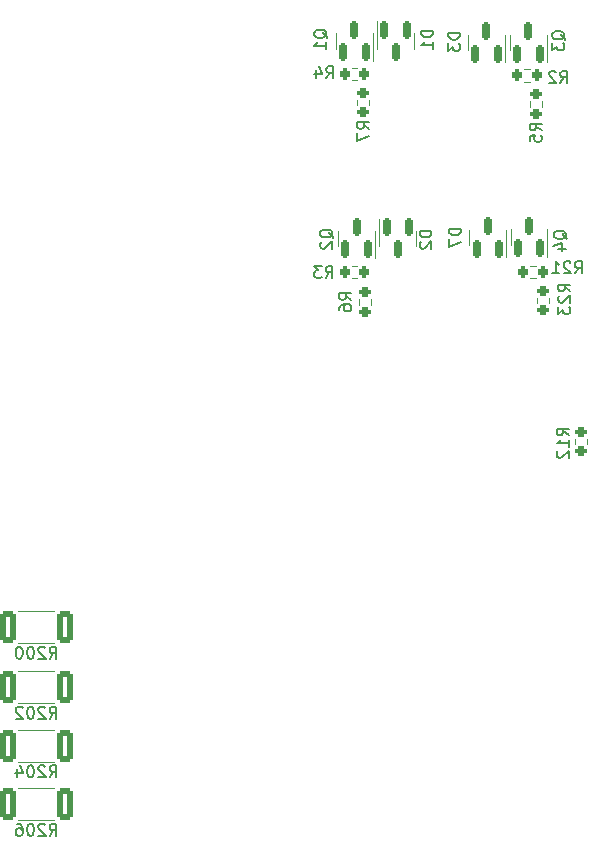
<source format=gbo>
G04 #@! TF.GenerationSoftware,KiCad,Pcbnew,(7.0.0)*
G04 #@! TF.CreationDate,2023-07-30T12:49:27+02:00*
G04 #@! TF.ProjectId,RealyModul_1Wire_ADC,5265616c-794d-46f6-9475-6c5f31576972,rev?*
G04 #@! TF.SameCoordinates,Original*
G04 #@! TF.FileFunction,Legend,Bot*
G04 #@! TF.FilePolarity,Positive*
%FSLAX46Y46*%
G04 Gerber Fmt 4.6, Leading zero omitted, Abs format (unit mm)*
G04 Created by KiCad (PCBNEW (7.0.0)) date 2023-07-30 12:49:27*
%MOMM*%
%LPD*%
G01*
G04 APERTURE LIST*
G04 Aperture macros list*
%AMRoundRect*
0 Rectangle with rounded corners*
0 $1 Rounding radius*
0 $2 $3 $4 $5 $6 $7 $8 $9 X,Y pos of 4 corners*
0 Add a 4 corners polygon primitive as box body*
4,1,4,$2,$3,$4,$5,$6,$7,$8,$9,$2,$3,0*
0 Add four circle primitives for the rounded corners*
1,1,$1+$1,$2,$3*
1,1,$1+$1,$4,$5*
1,1,$1+$1,$6,$7*
1,1,$1+$1,$8,$9*
0 Add four rect primitives between the rounded corners*
20,1,$1+$1,$2,$3,$4,$5,0*
20,1,$1+$1,$4,$5,$6,$7,0*
20,1,$1+$1,$6,$7,$8,$9,0*
20,1,$1+$1,$8,$9,$2,$3,0*%
G04 Aperture macros list end*
%ADD10C,0.150000*%
%ADD11C,0.120000*%
%ADD12O,3.300000X1.650000*%
%ADD13R,1.950000X1.950000*%
%ADD14C,1.950000*%
%ADD15O,2.000000X3.000000*%
%ADD16R,3.000000X2.000000*%
%ADD17O,3.000000X2.000000*%
%ADD18R,1.800000X1.800000*%
%ADD19C,1.800000*%
%ADD20R,1.700000X1.700000*%
%ADD21O,1.700000X1.700000*%
%ADD22R,3.000000X3.000000*%
%ADD23C,3.000000*%
%ADD24RoundRect,0.150000X-0.150000X0.587500X-0.150000X-0.587500X0.150000X-0.587500X0.150000X0.587500X0*%
%ADD25RoundRect,0.200000X-0.275000X0.200000X-0.275000X-0.200000X0.275000X-0.200000X0.275000X0.200000X0*%
%ADD26RoundRect,0.249999X-0.450001X-1.075001X0.450001X-1.075001X0.450001X1.075001X-0.450001X1.075001X0*%
%ADD27RoundRect,0.200000X0.200000X0.275000X-0.200000X0.275000X-0.200000X-0.275000X0.200000X-0.275000X0*%
%ADD28RoundRect,0.150000X0.150000X-0.587500X0.150000X0.587500X-0.150000X0.587500X-0.150000X-0.587500X0*%
%ADD29RoundRect,0.200000X0.275000X-0.200000X0.275000X0.200000X-0.275000X0.200000X-0.275000X-0.200000X0*%
G04 #@! TA.AperFunction,Profile*
%ADD30C,0.150000*%
G04 #@! TD*
G04 #@! TA.AperFunction,Profile*
%ADD31C,0.152400*%
G04 #@! TD*
G04 APERTURE END LIST*
D10*
X131238380Y-73840905D02*
X130238380Y-73840905D01*
X130238380Y-73840905D02*
X130238380Y-74079000D01*
X130238380Y-74079000D02*
X130286000Y-74221857D01*
X130286000Y-74221857D02*
X130381238Y-74317095D01*
X130381238Y-74317095D02*
X130476476Y-74364714D01*
X130476476Y-74364714D02*
X130666952Y-74412333D01*
X130666952Y-74412333D02*
X130809809Y-74412333D01*
X130809809Y-74412333D02*
X131000285Y-74364714D01*
X131000285Y-74364714D02*
X131095523Y-74317095D01*
X131095523Y-74317095D02*
X131190761Y-74221857D01*
X131190761Y-74221857D02*
X131238380Y-74079000D01*
X131238380Y-74079000D02*
X131238380Y-73840905D01*
X130333619Y-74793286D02*
X130286000Y-74840905D01*
X130286000Y-74840905D02*
X130238380Y-74936143D01*
X130238380Y-74936143D02*
X130238380Y-75174238D01*
X130238380Y-75174238D02*
X130286000Y-75269476D01*
X130286000Y-75269476D02*
X130333619Y-75317095D01*
X130333619Y-75317095D02*
X130428857Y-75364714D01*
X130428857Y-75364714D02*
X130524095Y-75364714D01*
X130524095Y-75364714D02*
X130666952Y-75317095D01*
X130666952Y-75317095D02*
X131238380Y-74745667D01*
X131238380Y-74745667D02*
X131238380Y-75364714D01*
X142988380Y-78986142D02*
X142512190Y-78652809D01*
X142988380Y-78414714D02*
X141988380Y-78414714D01*
X141988380Y-78414714D02*
X141988380Y-78795666D01*
X141988380Y-78795666D02*
X142036000Y-78890904D01*
X142036000Y-78890904D02*
X142083619Y-78938523D01*
X142083619Y-78938523D02*
X142178857Y-78986142D01*
X142178857Y-78986142D02*
X142321714Y-78986142D01*
X142321714Y-78986142D02*
X142416952Y-78938523D01*
X142416952Y-78938523D02*
X142464571Y-78890904D01*
X142464571Y-78890904D02*
X142512190Y-78795666D01*
X142512190Y-78795666D02*
X142512190Y-78414714D01*
X142083619Y-79367095D02*
X142036000Y-79414714D01*
X142036000Y-79414714D02*
X141988380Y-79509952D01*
X141988380Y-79509952D02*
X141988380Y-79748047D01*
X141988380Y-79748047D02*
X142036000Y-79843285D01*
X142036000Y-79843285D02*
X142083619Y-79890904D01*
X142083619Y-79890904D02*
X142178857Y-79938523D01*
X142178857Y-79938523D02*
X142274095Y-79938523D01*
X142274095Y-79938523D02*
X142416952Y-79890904D01*
X142416952Y-79890904D02*
X142988380Y-79319476D01*
X142988380Y-79319476D02*
X142988380Y-79938523D01*
X141988380Y-80271857D02*
X141988380Y-80890904D01*
X141988380Y-80890904D02*
X142369333Y-80557571D01*
X142369333Y-80557571D02*
X142369333Y-80700428D01*
X142369333Y-80700428D02*
X142416952Y-80795666D01*
X142416952Y-80795666D02*
X142464571Y-80843285D01*
X142464571Y-80843285D02*
X142559809Y-80890904D01*
X142559809Y-80890904D02*
X142797904Y-80890904D01*
X142797904Y-80890904D02*
X142893142Y-80843285D01*
X142893142Y-80843285D02*
X142940761Y-80795666D01*
X142940761Y-80795666D02*
X142988380Y-80700428D01*
X142988380Y-80700428D02*
X142988380Y-80414714D01*
X142988380Y-80414714D02*
X142940761Y-80319476D01*
X142940761Y-80319476D02*
X142893142Y-80271857D01*
X98909047Y-115169380D02*
X99242380Y-114693190D01*
X99480475Y-115169380D02*
X99480475Y-114169380D01*
X99480475Y-114169380D02*
X99099523Y-114169380D01*
X99099523Y-114169380D02*
X99004285Y-114217000D01*
X99004285Y-114217000D02*
X98956666Y-114264619D01*
X98956666Y-114264619D02*
X98909047Y-114359857D01*
X98909047Y-114359857D02*
X98909047Y-114502714D01*
X98909047Y-114502714D02*
X98956666Y-114597952D01*
X98956666Y-114597952D02*
X99004285Y-114645571D01*
X99004285Y-114645571D02*
X99099523Y-114693190D01*
X99099523Y-114693190D02*
X99480475Y-114693190D01*
X98528094Y-114264619D02*
X98480475Y-114217000D01*
X98480475Y-114217000D02*
X98385237Y-114169380D01*
X98385237Y-114169380D02*
X98147142Y-114169380D01*
X98147142Y-114169380D02*
X98051904Y-114217000D01*
X98051904Y-114217000D02*
X98004285Y-114264619D01*
X98004285Y-114264619D02*
X97956666Y-114359857D01*
X97956666Y-114359857D02*
X97956666Y-114455095D01*
X97956666Y-114455095D02*
X98004285Y-114597952D01*
X98004285Y-114597952D02*
X98575713Y-115169380D01*
X98575713Y-115169380D02*
X97956666Y-115169380D01*
X97337618Y-114169380D02*
X97242380Y-114169380D01*
X97242380Y-114169380D02*
X97147142Y-114217000D01*
X97147142Y-114217000D02*
X97099523Y-114264619D01*
X97099523Y-114264619D02*
X97051904Y-114359857D01*
X97051904Y-114359857D02*
X97004285Y-114550333D01*
X97004285Y-114550333D02*
X97004285Y-114788428D01*
X97004285Y-114788428D02*
X97051904Y-114978904D01*
X97051904Y-114978904D02*
X97099523Y-115074142D01*
X97099523Y-115074142D02*
X97147142Y-115121761D01*
X97147142Y-115121761D02*
X97242380Y-115169380D01*
X97242380Y-115169380D02*
X97337618Y-115169380D01*
X97337618Y-115169380D02*
X97432856Y-115121761D01*
X97432856Y-115121761D02*
X97480475Y-115074142D01*
X97480475Y-115074142D02*
X97528094Y-114978904D01*
X97528094Y-114978904D02*
X97575713Y-114788428D01*
X97575713Y-114788428D02*
X97575713Y-114550333D01*
X97575713Y-114550333D02*
X97528094Y-114359857D01*
X97528094Y-114359857D02*
X97480475Y-114264619D01*
X97480475Y-114264619D02*
X97432856Y-114217000D01*
X97432856Y-114217000D02*
X97337618Y-114169380D01*
X96623332Y-114264619D02*
X96575713Y-114217000D01*
X96575713Y-114217000D02*
X96480475Y-114169380D01*
X96480475Y-114169380D02*
X96242380Y-114169380D01*
X96242380Y-114169380D02*
X96147142Y-114217000D01*
X96147142Y-114217000D02*
X96099523Y-114264619D01*
X96099523Y-114264619D02*
X96051904Y-114359857D01*
X96051904Y-114359857D02*
X96051904Y-114455095D01*
X96051904Y-114455095D02*
X96099523Y-114597952D01*
X96099523Y-114597952D02*
X96670951Y-115169380D01*
X96670951Y-115169380D02*
X96051904Y-115169380D01*
X122277666Y-77837380D02*
X122610999Y-77361190D01*
X122849094Y-77837380D02*
X122849094Y-76837380D01*
X122849094Y-76837380D02*
X122468142Y-76837380D01*
X122468142Y-76837380D02*
X122372904Y-76885000D01*
X122372904Y-76885000D02*
X122325285Y-76932619D01*
X122325285Y-76932619D02*
X122277666Y-77027857D01*
X122277666Y-77027857D02*
X122277666Y-77170714D01*
X122277666Y-77170714D02*
X122325285Y-77265952D01*
X122325285Y-77265952D02*
X122372904Y-77313571D01*
X122372904Y-77313571D02*
X122468142Y-77361190D01*
X122468142Y-77361190D02*
X122849094Y-77361190D01*
X121944332Y-76837380D02*
X121325285Y-76837380D01*
X121325285Y-76837380D02*
X121658618Y-77218333D01*
X121658618Y-77218333D02*
X121515761Y-77218333D01*
X121515761Y-77218333D02*
X121420523Y-77265952D01*
X121420523Y-77265952D02*
X121372904Y-77313571D01*
X121372904Y-77313571D02*
X121325285Y-77408809D01*
X121325285Y-77408809D02*
X121325285Y-77646904D01*
X121325285Y-77646904D02*
X121372904Y-77742142D01*
X121372904Y-77742142D02*
X121420523Y-77789761D01*
X121420523Y-77789761D02*
X121515761Y-77837380D01*
X121515761Y-77837380D02*
X121801475Y-77837380D01*
X121801475Y-77837380D02*
X121896713Y-77789761D01*
X121896713Y-77789761D02*
X121944332Y-77742142D01*
X140575380Y-65365333D02*
X140099190Y-65032000D01*
X140575380Y-64793905D02*
X139575380Y-64793905D01*
X139575380Y-64793905D02*
X139575380Y-65174857D01*
X139575380Y-65174857D02*
X139623000Y-65270095D01*
X139623000Y-65270095D02*
X139670619Y-65317714D01*
X139670619Y-65317714D02*
X139765857Y-65365333D01*
X139765857Y-65365333D02*
X139908714Y-65365333D01*
X139908714Y-65365333D02*
X140003952Y-65317714D01*
X140003952Y-65317714D02*
X140051571Y-65270095D01*
X140051571Y-65270095D02*
X140099190Y-65174857D01*
X140099190Y-65174857D02*
X140099190Y-64793905D01*
X139575380Y-66270095D02*
X139575380Y-65793905D01*
X139575380Y-65793905D02*
X140051571Y-65746286D01*
X140051571Y-65746286D02*
X140003952Y-65793905D01*
X140003952Y-65793905D02*
X139956333Y-65889143D01*
X139956333Y-65889143D02*
X139956333Y-66127238D01*
X139956333Y-66127238D02*
X140003952Y-66222476D01*
X140003952Y-66222476D02*
X140051571Y-66270095D01*
X140051571Y-66270095D02*
X140146809Y-66317714D01*
X140146809Y-66317714D02*
X140384904Y-66317714D01*
X140384904Y-66317714D02*
X140480142Y-66270095D01*
X140480142Y-66270095D02*
X140527761Y-66222476D01*
X140527761Y-66222476D02*
X140575380Y-66127238D01*
X140575380Y-66127238D02*
X140575380Y-65889143D01*
X140575380Y-65889143D02*
X140527761Y-65793905D01*
X140527761Y-65793905D02*
X140480142Y-65746286D01*
X125970380Y-65238333D02*
X125494190Y-64905000D01*
X125970380Y-64666905D02*
X124970380Y-64666905D01*
X124970380Y-64666905D02*
X124970380Y-65047857D01*
X124970380Y-65047857D02*
X125018000Y-65143095D01*
X125018000Y-65143095D02*
X125065619Y-65190714D01*
X125065619Y-65190714D02*
X125160857Y-65238333D01*
X125160857Y-65238333D02*
X125303714Y-65238333D01*
X125303714Y-65238333D02*
X125398952Y-65190714D01*
X125398952Y-65190714D02*
X125446571Y-65143095D01*
X125446571Y-65143095D02*
X125494190Y-65047857D01*
X125494190Y-65047857D02*
X125494190Y-64666905D01*
X124970380Y-65571667D02*
X124970380Y-66238333D01*
X124970380Y-66238333D02*
X125970380Y-65809762D01*
X142702619Y-74580761D02*
X142655000Y-74485523D01*
X142655000Y-74485523D02*
X142559761Y-74390285D01*
X142559761Y-74390285D02*
X142416904Y-74247428D01*
X142416904Y-74247428D02*
X142369285Y-74152190D01*
X142369285Y-74152190D02*
X142369285Y-74056952D01*
X142607380Y-74104571D02*
X142559761Y-74009333D01*
X142559761Y-74009333D02*
X142464523Y-73914095D01*
X142464523Y-73914095D02*
X142274047Y-73866476D01*
X142274047Y-73866476D02*
X141940714Y-73866476D01*
X141940714Y-73866476D02*
X141750238Y-73914095D01*
X141750238Y-73914095D02*
X141655000Y-74009333D01*
X141655000Y-74009333D02*
X141607380Y-74104571D01*
X141607380Y-74104571D02*
X141607380Y-74295047D01*
X141607380Y-74295047D02*
X141655000Y-74390285D01*
X141655000Y-74390285D02*
X141750238Y-74485523D01*
X141750238Y-74485523D02*
X141940714Y-74533142D01*
X141940714Y-74533142D02*
X142274047Y-74533142D01*
X142274047Y-74533142D02*
X142464523Y-74485523D01*
X142464523Y-74485523D02*
X142559761Y-74390285D01*
X142559761Y-74390285D02*
X142607380Y-74295047D01*
X142607380Y-74295047D02*
X142607380Y-74104571D01*
X141940714Y-75390285D02*
X142607380Y-75390285D01*
X141559761Y-75152190D02*
X142274047Y-74914095D01*
X142274047Y-74914095D02*
X142274047Y-75533142D01*
X133717380Y-73683905D02*
X132717380Y-73683905D01*
X132717380Y-73683905D02*
X132717380Y-73922000D01*
X132717380Y-73922000D02*
X132765000Y-74064857D01*
X132765000Y-74064857D02*
X132860238Y-74160095D01*
X132860238Y-74160095D02*
X132955476Y-74207714D01*
X132955476Y-74207714D02*
X133145952Y-74255333D01*
X133145952Y-74255333D02*
X133288809Y-74255333D01*
X133288809Y-74255333D02*
X133479285Y-74207714D01*
X133479285Y-74207714D02*
X133574523Y-74160095D01*
X133574523Y-74160095D02*
X133669761Y-74064857D01*
X133669761Y-74064857D02*
X133717380Y-73922000D01*
X133717380Y-73922000D02*
X133717380Y-73683905D01*
X132717380Y-74588667D02*
X132717380Y-75255333D01*
X132717380Y-75255333D02*
X133717380Y-74826762D01*
X98909047Y-120122380D02*
X99242380Y-119646190D01*
X99480475Y-120122380D02*
X99480475Y-119122380D01*
X99480475Y-119122380D02*
X99099523Y-119122380D01*
X99099523Y-119122380D02*
X99004285Y-119170000D01*
X99004285Y-119170000D02*
X98956666Y-119217619D01*
X98956666Y-119217619D02*
X98909047Y-119312857D01*
X98909047Y-119312857D02*
X98909047Y-119455714D01*
X98909047Y-119455714D02*
X98956666Y-119550952D01*
X98956666Y-119550952D02*
X99004285Y-119598571D01*
X99004285Y-119598571D02*
X99099523Y-119646190D01*
X99099523Y-119646190D02*
X99480475Y-119646190D01*
X98528094Y-119217619D02*
X98480475Y-119170000D01*
X98480475Y-119170000D02*
X98385237Y-119122380D01*
X98385237Y-119122380D02*
X98147142Y-119122380D01*
X98147142Y-119122380D02*
X98051904Y-119170000D01*
X98051904Y-119170000D02*
X98004285Y-119217619D01*
X98004285Y-119217619D02*
X97956666Y-119312857D01*
X97956666Y-119312857D02*
X97956666Y-119408095D01*
X97956666Y-119408095D02*
X98004285Y-119550952D01*
X98004285Y-119550952D02*
X98575713Y-120122380D01*
X98575713Y-120122380D02*
X97956666Y-120122380D01*
X97337618Y-119122380D02*
X97242380Y-119122380D01*
X97242380Y-119122380D02*
X97147142Y-119170000D01*
X97147142Y-119170000D02*
X97099523Y-119217619D01*
X97099523Y-119217619D02*
X97051904Y-119312857D01*
X97051904Y-119312857D02*
X97004285Y-119503333D01*
X97004285Y-119503333D02*
X97004285Y-119741428D01*
X97004285Y-119741428D02*
X97051904Y-119931904D01*
X97051904Y-119931904D02*
X97099523Y-120027142D01*
X97099523Y-120027142D02*
X97147142Y-120074761D01*
X97147142Y-120074761D02*
X97242380Y-120122380D01*
X97242380Y-120122380D02*
X97337618Y-120122380D01*
X97337618Y-120122380D02*
X97432856Y-120074761D01*
X97432856Y-120074761D02*
X97480475Y-120027142D01*
X97480475Y-120027142D02*
X97528094Y-119931904D01*
X97528094Y-119931904D02*
X97575713Y-119741428D01*
X97575713Y-119741428D02*
X97575713Y-119503333D01*
X97575713Y-119503333D02*
X97528094Y-119312857D01*
X97528094Y-119312857D02*
X97480475Y-119217619D01*
X97480475Y-119217619D02*
X97432856Y-119170000D01*
X97432856Y-119170000D02*
X97337618Y-119122380D01*
X96147142Y-119455714D02*
X96147142Y-120122380D01*
X96385237Y-119074761D02*
X96623332Y-119789047D01*
X96623332Y-119789047D02*
X96004285Y-119789047D01*
X122418619Y-57562761D02*
X122371000Y-57467523D01*
X122371000Y-57467523D02*
X122275761Y-57372285D01*
X122275761Y-57372285D02*
X122132904Y-57229428D01*
X122132904Y-57229428D02*
X122085285Y-57134190D01*
X122085285Y-57134190D02*
X122085285Y-57038952D01*
X122323380Y-57086571D02*
X122275761Y-56991333D01*
X122275761Y-56991333D02*
X122180523Y-56896095D01*
X122180523Y-56896095D02*
X121990047Y-56848476D01*
X121990047Y-56848476D02*
X121656714Y-56848476D01*
X121656714Y-56848476D02*
X121466238Y-56896095D01*
X121466238Y-56896095D02*
X121371000Y-56991333D01*
X121371000Y-56991333D02*
X121323380Y-57086571D01*
X121323380Y-57086571D02*
X121323380Y-57277047D01*
X121323380Y-57277047D02*
X121371000Y-57372285D01*
X121371000Y-57372285D02*
X121466238Y-57467523D01*
X121466238Y-57467523D02*
X121656714Y-57515142D01*
X121656714Y-57515142D02*
X121990047Y-57515142D01*
X121990047Y-57515142D02*
X122180523Y-57467523D01*
X122180523Y-57467523D02*
X122275761Y-57372285D01*
X122275761Y-57372285D02*
X122323380Y-57277047D01*
X122323380Y-57277047D02*
X122323380Y-57086571D01*
X122323380Y-58467523D02*
X122323380Y-57896095D01*
X122323380Y-58181809D02*
X121323380Y-58181809D01*
X121323380Y-58181809D02*
X121466238Y-58086571D01*
X121466238Y-58086571D02*
X121561476Y-57991333D01*
X121561476Y-57991333D02*
X121609095Y-57896095D01*
X98909047Y-110089380D02*
X99242380Y-109613190D01*
X99480475Y-110089380D02*
X99480475Y-109089380D01*
X99480475Y-109089380D02*
X99099523Y-109089380D01*
X99099523Y-109089380D02*
X99004285Y-109137000D01*
X99004285Y-109137000D02*
X98956666Y-109184619D01*
X98956666Y-109184619D02*
X98909047Y-109279857D01*
X98909047Y-109279857D02*
X98909047Y-109422714D01*
X98909047Y-109422714D02*
X98956666Y-109517952D01*
X98956666Y-109517952D02*
X99004285Y-109565571D01*
X99004285Y-109565571D02*
X99099523Y-109613190D01*
X99099523Y-109613190D02*
X99480475Y-109613190D01*
X98528094Y-109184619D02*
X98480475Y-109137000D01*
X98480475Y-109137000D02*
X98385237Y-109089380D01*
X98385237Y-109089380D02*
X98147142Y-109089380D01*
X98147142Y-109089380D02*
X98051904Y-109137000D01*
X98051904Y-109137000D02*
X98004285Y-109184619D01*
X98004285Y-109184619D02*
X97956666Y-109279857D01*
X97956666Y-109279857D02*
X97956666Y-109375095D01*
X97956666Y-109375095D02*
X98004285Y-109517952D01*
X98004285Y-109517952D02*
X98575713Y-110089380D01*
X98575713Y-110089380D02*
X97956666Y-110089380D01*
X97337618Y-109089380D02*
X97242380Y-109089380D01*
X97242380Y-109089380D02*
X97147142Y-109137000D01*
X97147142Y-109137000D02*
X97099523Y-109184619D01*
X97099523Y-109184619D02*
X97051904Y-109279857D01*
X97051904Y-109279857D02*
X97004285Y-109470333D01*
X97004285Y-109470333D02*
X97004285Y-109708428D01*
X97004285Y-109708428D02*
X97051904Y-109898904D01*
X97051904Y-109898904D02*
X97099523Y-109994142D01*
X97099523Y-109994142D02*
X97147142Y-110041761D01*
X97147142Y-110041761D02*
X97242380Y-110089380D01*
X97242380Y-110089380D02*
X97337618Y-110089380D01*
X97337618Y-110089380D02*
X97432856Y-110041761D01*
X97432856Y-110041761D02*
X97480475Y-109994142D01*
X97480475Y-109994142D02*
X97528094Y-109898904D01*
X97528094Y-109898904D02*
X97575713Y-109708428D01*
X97575713Y-109708428D02*
X97575713Y-109470333D01*
X97575713Y-109470333D02*
X97528094Y-109279857D01*
X97528094Y-109279857D02*
X97480475Y-109184619D01*
X97480475Y-109184619D02*
X97432856Y-109137000D01*
X97432856Y-109137000D02*
X97337618Y-109089380D01*
X96385237Y-109089380D02*
X96289999Y-109089380D01*
X96289999Y-109089380D02*
X96194761Y-109137000D01*
X96194761Y-109137000D02*
X96147142Y-109184619D01*
X96147142Y-109184619D02*
X96099523Y-109279857D01*
X96099523Y-109279857D02*
X96051904Y-109470333D01*
X96051904Y-109470333D02*
X96051904Y-109708428D01*
X96051904Y-109708428D02*
X96099523Y-109898904D01*
X96099523Y-109898904D02*
X96147142Y-109994142D01*
X96147142Y-109994142D02*
X96194761Y-110041761D01*
X96194761Y-110041761D02*
X96289999Y-110089380D01*
X96289999Y-110089380D02*
X96385237Y-110089380D01*
X96385237Y-110089380D02*
X96480475Y-110041761D01*
X96480475Y-110041761D02*
X96528094Y-109994142D01*
X96528094Y-109994142D02*
X96575713Y-109898904D01*
X96575713Y-109898904D02*
X96623332Y-109708428D01*
X96623332Y-109708428D02*
X96623332Y-109470333D01*
X96623332Y-109470333D02*
X96575713Y-109279857D01*
X96575713Y-109279857D02*
X96528094Y-109184619D01*
X96528094Y-109184619D02*
X96480475Y-109137000D01*
X96480475Y-109137000D02*
X96385237Y-109089380D01*
X131370380Y-56919905D02*
X130370380Y-56919905D01*
X130370380Y-56919905D02*
X130370380Y-57158000D01*
X130370380Y-57158000D02*
X130418000Y-57300857D01*
X130418000Y-57300857D02*
X130513238Y-57396095D01*
X130513238Y-57396095D02*
X130608476Y-57443714D01*
X130608476Y-57443714D02*
X130798952Y-57491333D01*
X130798952Y-57491333D02*
X130941809Y-57491333D01*
X130941809Y-57491333D02*
X131132285Y-57443714D01*
X131132285Y-57443714D02*
X131227523Y-57396095D01*
X131227523Y-57396095D02*
X131322761Y-57300857D01*
X131322761Y-57300857D02*
X131370380Y-57158000D01*
X131370380Y-57158000D02*
X131370380Y-56919905D01*
X131370380Y-58443714D02*
X131370380Y-57872286D01*
X131370380Y-58158000D02*
X130370380Y-58158000D01*
X130370380Y-58158000D02*
X130513238Y-58062762D01*
X130513238Y-58062762D02*
X130608476Y-57967524D01*
X130608476Y-57967524D02*
X130656095Y-57872286D01*
X122340666Y-60946380D02*
X122673999Y-60470190D01*
X122912094Y-60946380D02*
X122912094Y-59946380D01*
X122912094Y-59946380D02*
X122531142Y-59946380D01*
X122531142Y-59946380D02*
X122435904Y-59994000D01*
X122435904Y-59994000D02*
X122388285Y-60041619D01*
X122388285Y-60041619D02*
X122340666Y-60136857D01*
X122340666Y-60136857D02*
X122340666Y-60279714D01*
X122340666Y-60279714D02*
X122388285Y-60374952D01*
X122388285Y-60374952D02*
X122435904Y-60422571D01*
X122435904Y-60422571D02*
X122531142Y-60470190D01*
X122531142Y-60470190D02*
X122912094Y-60470190D01*
X121483523Y-60279714D02*
X121483523Y-60946380D01*
X121721618Y-59898761D02*
X121959713Y-60613047D01*
X121959713Y-60613047D02*
X121340666Y-60613047D01*
X122927619Y-74470261D02*
X122880000Y-74375023D01*
X122880000Y-74375023D02*
X122784761Y-74279785D01*
X122784761Y-74279785D02*
X122641904Y-74136928D01*
X122641904Y-74136928D02*
X122594285Y-74041690D01*
X122594285Y-74041690D02*
X122594285Y-73946452D01*
X122832380Y-73994071D02*
X122784761Y-73898833D01*
X122784761Y-73898833D02*
X122689523Y-73803595D01*
X122689523Y-73803595D02*
X122499047Y-73755976D01*
X122499047Y-73755976D02*
X122165714Y-73755976D01*
X122165714Y-73755976D02*
X121975238Y-73803595D01*
X121975238Y-73803595D02*
X121880000Y-73898833D01*
X121880000Y-73898833D02*
X121832380Y-73994071D01*
X121832380Y-73994071D02*
X121832380Y-74184547D01*
X121832380Y-74184547D02*
X121880000Y-74279785D01*
X121880000Y-74279785D02*
X121975238Y-74375023D01*
X121975238Y-74375023D02*
X122165714Y-74422642D01*
X122165714Y-74422642D02*
X122499047Y-74422642D01*
X122499047Y-74422642D02*
X122689523Y-74375023D01*
X122689523Y-74375023D02*
X122784761Y-74279785D01*
X122784761Y-74279785D02*
X122832380Y-74184547D01*
X122832380Y-74184547D02*
X122832380Y-73994071D01*
X121927619Y-74803595D02*
X121880000Y-74851214D01*
X121880000Y-74851214D02*
X121832380Y-74946452D01*
X121832380Y-74946452D02*
X121832380Y-75184547D01*
X121832380Y-75184547D02*
X121880000Y-75279785D01*
X121880000Y-75279785D02*
X121927619Y-75327404D01*
X121927619Y-75327404D02*
X122022857Y-75375023D01*
X122022857Y-75375023D02*
X122118095Y-75375023D01*
X122118095Y-75375023D02*
X122260952Y-75327404D01*
X122260952Y-75327404D02*
X122832380Y-74755976D01*
X122832380Y-74755976D02*
X122832380Y-75375023D01*
X98909047Y-125075380D02*
X99242380Y-124599190D01*
X99480475Y-125075380D02*
X99480475Y-124075380D01*
X99480475Y-124075380D02*
X99099523Y-124075380D01*
X99099523Y-124075380D02*
X99004285Y-124123000D01*
X99004285Y-124123000D02*
X98956666Y-124170619D01*
X98956666Y-124170619D02*
X98909047Y-124265857D01*
X98909047Y-124265857D02*
X98909047Y-124408714D01*
X98909047Y-124408714D02*
X98956666Y-124503952D01*
X98956666Y-124503952D02*
X99004285Y-124551571D01*
X99004285Y-124551571D02*
X99099523Y-124599190D01*
X99099523Y-124599190D02*
X99480475Y-124599190D01*
X98528094Y-124170619D02*
X98480475Y-124123000D01*
X98480475Y-124123000D02*
X98385237Y-124075380D01*
X98385237Y-124075380D02*
X98147142Y-124075380D01*
X98147142Y-124075380D02*
X98051904Y-124123000D01*
X98051904Y-124123000D02*
X98004285Y-124170619D01*
X98004285Y-124170619D02*
X97956666Y-124265857D01*
X97956666Y-124265857D02*
X97956666Y-124361095D01*
X97956666Y-124361095D02*
X98004285Y-124503952D01*
X98004285Y-124503952D02*
X98575713Y-125075380D01*
X98575713Y-125075380D02*
X97956666Y-125075380D01*
X97337618Y-124075380D02*
X97242380Y-124075380D01*
X97242380Y-124075380D02*
X97147142Y-124123000D01*
X97147142Y-124123000D02*
X97099523Y-124170619D01*
X97099523Y-124170619D02*
X97051904Y-124265857D01*
X97051904Y-124265857D02*
X97004285Y-124456333D01*
X97004285Y-124456333D02*
X97004285Y-124694428D01*
X97004285Y-124694428D02*
X97051904Y-124884904D01*
X97051904Y-124884904D02*
X97099523Y-124980142D01*
X97099523Y-124980142D02*
X97147142Y-125027761D01*
X97147142Y-125027761D02*
X97242380Y-125075380D01*
X97242380Y-125075380D02*
X97337618Y-125075380D01*
X97337618Y-125075380D02*
X97432856Y-125027761D01*
X97432856Y-125027761D02*
X97480475Y-124980142D01*
X97480475Y-124980142D02*
X97528094Y-124884904D01*
X97528094Y-124884904D02*
X97575713Y-124694428D01*
X97575713Y-124694428D02*
X97575713Y-124456333D01*
X97575713Y-124456333D02*
X97528094Y-124265857D01*
X97528094Y-124265857D02*
X97480475Y-124170619D01*
X97480475Y-124170619D02*
X97432856Y-124123000D01*
X97432856Y-124123000D02*
X97337618Y-124075380D01*
X96147142Y-124075380D02*
X96337618Y-124075380D01*
X96337618Y-124075380D02*
X96432856Y-124123000D01*
X96432856Y-124123000D02*
X96480475Y-124170619D01*
X96480475Y-124170619D02*
X96575713Y-124313476D01*
X96575713Y-124313476D02*
X96623332Y-124503952D01*
X96623332Y-124503952D02*
X96623332Y-124884904D01*
X96623332Y-124884904D02*
X96575713Y-124980142D01*
X96575713Y-124980142D02*
X96528094Y-125027761D01*
X96528094Y-125027761D02*
X96432856Y-125075380D01*
X96432856Y-125075380D02*
X96242380Y-125075380D01*
X96242380Y-125075380D02*
X96147142Y-125027761D01*
X96147142Y-125027761D02*
X96099523Y-124980142D01*
X96099523Y-124980142D02*
X96051904Y-124884904D01*
X96051904Y-124884904D02*
X96051904Y-124646809D01*
X96051904Y-124646809D02*
X96099523Y-124551571D01*
X96099523Y-124551571D02*
X96147142Y-124503952D01*
X96147142Y-124503952D02*
X96242380Y-124456333D01*
X96242380Y-124456333D02*
X96432856Y-124456333D01*
X96432856Y-124456333D02*
X96528094Y-124503952D01*
X96528094Y-124503952D02*
X96575713Y-124551571D01*
X96575713Y-124551571D02*
X96623332Y-124646809D01*
X142152666Y-61327380D02*
X142485999Y-60851190D01*
X142724094Y-61327380D02*
X142724094Y-60327380D01*
X142724094Y-60327380D02*
X142343142Y-60327380D01*
X142343142Y-60327380D02*
X142247904Y-60375000D01*
X142247904Y-60375000D02*
X142200285Y-60422619D01*
X142200285Y-60422619D02*
X142152666Y-60517857D01*
X142152666Y-60517857D02*
X142152666Y-60660714D01*
X142152666Y-60660714D02*
X142200285Y-60755952D01*
X142200285Y-60755952D02*
X142247904Y-60803571D01*
X142247904Y-60803571D02*
X142343142Y-60851190D01*
X142343142Y-60851190D02*
X142724094Y-60851190D01*
X141771713Y-60422619D02*
X141724094Y-60375000D01*
X141724094Y-60375000D02*
X141628856Y-60327380D01*
X141628856Y-60327380D02*
X141390761Y-60327380D01*
X141390761Y-60327380D02*
X141295523Y-60375000D01*
X141295523Y-60375000D02*
X141247904Y-60422619D01*
X141247904Y-60422619D02*
X141200285Y-60517857D01*
X141200285Y-60517857D02*
X141200285Y-60613095D01*
X141200285Y-60613095D02*
X141247904Y-60755952D01*
X141247904Y-60755952D02*
X141819332Y-61327380D01*
X141819332Y-61327380D02*
X141200285Y-61327380D01*
X124446380Y-79716333D02*
X123970190Y-79383000D01*
X124446380Y-79144905D02*
X123446380Y-79144905D01*
X123446380Y-79144905D02*
X123446380Y-79525857D01*
X123446380Y-79525857D02*
X123494000Y-79621095D01*
X123494000Y-79621095D02*
X123541619Y-79668714D01*
X123541619Y-79668714D02*
X123636857Y-79716333D01*
X123636857Y-79716333D02*
X123779714Y-79716333D01*
X123779714Y-79716333D02*
X123874952Y-79668714D01*
X123874952Y-79668714D02*
X123922571Y-79621095D01*
X123922571Y-79621095D02*
X123970190Y-79525857D01*
X123970190Y-79525857D02*
X123970190Y-79144905D01*
X123446380Y-80573476D02*
X123446380Y-80383000D01*
X123446380Y-80383000D02*
X123494000Y-80287762D01*
X123494000Y-80287762D02*
X123541619Y-80240143D01*
X123541619Y-80240143D02*
X123684476Y-80144905D01*
X123684476Y-80144905D02*
X123874952Y-80097286D01*
X123874952Y-80097286D02*
X124255904Y-80097286D01*
X124255904Y-80097286D02*
X124351142Y-80144905D01*
X124351142Y-80144905D02*
X124398761Y-80192524D01*
X124398761Y-80192524D02*
X124446380Y-80287762D01*
X124446380Y-80287762D02*
X124446380Y-80478238D01*
X124446380Y-80478238D02*
X124398761Y-80573476D01*
X124398761Y-80573476D02*
X124351142Y-80621095D01*
X124351142Y-80621095D02*
X124255904Y-80668714D01*
X124255904Y-80668714D02*
X124017809Y-80668714D01*
X124017809Y-80668714D02*
X123922571Y-80621095D01*
X123922571Y-80621095D02*
X123874952Y-80573476D01*
X123874952Y-80573476D02*
X123827333Y-80478238D01*
X123827333Y-80478238D02*
X123827333Y-80287762D01*
X123827333Y-80287762D02*
X123874952Y-80192524D01*
X123874952Y-80192524D02*
X123922571Y-80144905D01*
X123922571Y-80144905D02*
X124017809Y-80097286D01*
X142575619Y-57689761D02*
X142528000Y-57594523D01*
X142528000Y-57594523D02*
X142432761Y-57499285D01*
X142432761Y-57499285D02*
X142289904Y-57356428D01*
X142289904Y-57356428D02*
X142242285Y-57261190D01*
X142242285Y-57261190D02*
X142242285Y-57165952D01*
X142480380Y-57213571D02*
X142432761Y-57118333D01*
X142432761Y-57118333D02*
X142337523Y-57023095D01*
X142337523Y-57023095D02*
X142147047Y-56975476D01*
X142147047Y-56975476D02*
X141813714Y-56975476D01*
X141813714Y-56975476D02*
X141623238Y-57023095D01*
X141623238Y-57023095D02*
X141528000Y-57118333D01*
X141528000Y-57118333D02*
X141480380Y-57213571D01*
X141480380Y-57213571D02*
X141480380Y-57404047D01*
X141480380Y-57404047D02*
X141528000Y-57499285D01*
X141528000Y-57499285D02*
X141623238Y-57594523D01*
X141623238Y-57594523D02*
X141813714Y-57642142D01*
X141813714Y-57642142D02*
X142147047Y-57642142D01*
X142147047Y-57642142D02*
X142337523Y-57594523D01*
X142337523Y-57594523D02*
X142432761Y-57499285D01*
X142432761Y-57499285D02*
X142480380Y-57404047D01*
X142480380Y-57404047D02*
X142480380Y-57213571D01*
X141480380Y-57975476D02*
X141480380Y-58594523D01*
X141480380Y-58594523D02*
X141861333Y-58261190D01*
X141861333Y-58261190D02*
X141861333Y-58404047D01*
X141861333Y-58404047D02*
X141908952Y-58499285D01*
X141908952Y-58499285D02*
X141956571Y-58546904D01*
X141956571Y-58546904D02*
X142051809Y-58594523D01*
X142051809Y-58594523D02*
X142289904Y-58594523D01*
X142289904Y-58594523D02*
X142385142Y-58546904D01*
X142385142Y-58546904D02*
X142432761Y-58499285D01*
X142432761Y-58499285D02*
X142480380Y-58404047D01*
X142480380Y-58404047D02*
X142480380Y-58118333D01*
X142480380Y-58118333D02*
X142432761Y-58023095D01*
X142432761Y-58023095D02*
X142385142Y-57975476D01*
X142861380Y-91178142D02*
X142385190Y-90844809D01*
X142861380Y-90606714D02*
X141861380Y-90606714D01*
X141861380Y-90606714D02*
X141861380Y-90987666D01*
X141861380Y-90987666D02*
X141909000Y-91082904D01*
X141909000Y-91082904D02*
X141956619Y-91130523D01*
X141956619Y-91130523D02*
X142051857Y-91178142D01*
X142051857Y-91178142D02*
X142194714Y-91178142D01*
X142194714Y-91178142D02*
X142289952Y-91130523D01*
X142289952Y-91130523D02*
X142337571Y-91082904D01*
X142337571Y-91082904D02*
X142385190Y-90987666D01*
X142385190Y-90987666D02*
X142385190Y-90606714D01*
X142861380Y-92130523D02*
X142861380Y-91559095D01*
X142861380Y-91844809D02*
X141861380Y-91844809D01*
X141861380Y-91844809D02*
X142004238Y-91749571D01*
X142004238Y-91749571D02*
X142099476Y-91654333D01*
X142099476Y-91654333D02*
X142147095Y-91559095D01*
X141956619Y-92511476D02*
X141909000Y-92559095D01*
X141909000Y-92559095D02*
X141861380Y-92654333D01*
X141861380Y-92654333D02*
X141861380Y-92892428D01*
X141861380Y-92892428D02*
X141909000Y-92987666D01*
X141909000Y-92987666D02*
X141956619Y-93035285D01*
X141956619Y-93035285D02*
X142051857Y-93082904D01*
X142051857Y-93082904D02*
X142147095Y-93082904D01*
X142147095Y-93082904D02*
X142289952Y-93035285D01*
X142289952Y-93035285D02*
X142861380Y-92463857D01*
X142861380Y-92463857D02*
X142861380Y-93082904D01*
X133651380Y-57095405D02*
X132651380Y-57095405D01*
X132651380Y-57095405D02*
X132651380Y-57333500D01*
X132651380Y-57333500D02*
X132699000Y-57476357D01*
X132699000Y-57476357D02*
X132794238Y-57571595D01*
X132794238Y-57571595D02*
X132889476Y-57619214D01*
X132889476Y-57619214D02*
X133079952Y-57666833D01*
X133079952Y-57666833D02*
X133222809Y-57666833D01*
X133222809Y-57666833D02*
X133413285Y-57619214D01*
X133413285Y-57619214D02*
X133508523Y-57571595D01*
X133508523Y-57571595D02*
X133603761Y-57476357D01*
X133603761Y-57476357D02*
X133651380Y-57333500D01*
X133651380Y-57333500D02*
X133651380Y-57095405D01*
X132651380Y-58000167D02*
X132651380Y-58619214D01*
X132651380Y-58619214D02*
X133032333Y-58285881D01*
X133032333Y-58285881D02*
X133032333Y-58428738D01*
X133032333Y-58428738D02*
X133079952Y-58523976D01*
X133079952Y-58523976D02*
X133127571Y-58571595D01*
X133127571Y-58571595D02*
X133222809Y-58619214D01*
X133222809Y-58619214D02*
X133460904Y-58619214D01*
X133460904Y-58619214D02*
X133556142Y-58571595D01*
X133556142Y-58571595D02*
X133603761Y-58523976D01*
X133603761Y-58523976D02*
X133651380Y-58428738D01*
X133651380Y-58428738D02*
X133651380Y-58143024D01*
X133651380Y-58143024D02*
X133603761Y-58047786D01*
X133603761Y-58047786D02*
X133556142Y-58000167D01*
X143390857Y-77456380D02*
X143724190Y-76980190D01*
X143962285Y-77456380D02*
X143962285Y-76456380D01*
X143962285Y-76456380D02*
X143581333Y-76456380D01*
X143581333Y-76456380D02*
X143486095Y-76504000D01*
X143486095Y-76504000D02*
X143438476Y-76551619D01*
X143438476Y-76551619D02*
X143390857Y-76646857D01*
X143390857Y-76646857D02*
X143390857Y-76789714D01*
X143390857Y-76789714D02*
X143438476Y-76884952D01*
X143438476Y-76884952D02*
X143486095Y-76932571D01*
X143486095Y-76932571D02*
X143581333Y-76980190D01*
X143581333Y-76980190D02*
X143962285Y-76980190D01*
X143009904Y-76551619D02*
X142962285Y-76504000D01*
X142962285Y-76504000D02*
X142867047Y-76456380D01*
X142867047Y-76456380D02*
X142628952Y-76456380D01*
X142628952Y-76456380D02*
X142533714Y-76504000D01*
X142533714Y-76504000D02*
X142486095Y-76551619D01*
X142486095Y-76551619D02*
X142438476Y-76646857D01*
X142438476Y-76646857D02*
X142438476Y-76742095D01*
X142438476Y-76742095D02*
X142486095Y-76884952D01*
X142486095Y-76884952D02*
X143057523Y-77456380D01*
X143057523Y-77456380D02*
X142438476Y-77456380D01*
X141486095Y-77456380D02*
X142057523Y-77456380D01*
X141771809Y-77456380D02*
X141771809Y-76456380D01*
X141771809Y-76456380D02*
X141867047Y-76599238D01*
X141867047Y-76599238D02*
X141962285Y-76694476D01*
X141962285Y-76694476D02*
X142057523Y-76742095D01*
D11*
X129957000Y-74500500D02*
X129957000Y-73850500D01*
X129957000Y-74500500D02*
X129957000Y-75150500D01*
X126837000Y-74500500D02*
X126837000Y-72825500D01*
X126837000Y-74500500D02*
X126837000Y-75150500D01*
X141238500Y-79518742D02*
X141238500Y-79993258D01*
X140193500Y-79518742D02*
X140193500Y-79993258D01*
X96262936Y-111162000D02*
X99317064Y-111162000D01*
X96262936Y-113882000D02*
X99317064Y-113882000D01*
X124951258Y-77865500D02*
X124476742Y-77865500D01*
X124951258Y-76820500D02*
X124476742Y-76820500D01*
X140603500Y-62881742D02*
X140603500Y-63356258D01*
X139558500Y-62881742D02*
X139558500Y-63356258D01*
X125998500Y-62754742D02*
X125998500Y-63229258D01*
X124953500Y-62754742D02*
X124953500Y-63229258D01*
X137947000Y-74373500D02*
X137947000Y-75023500D01*
X137947000Y-74373500D02*
X137947000Y-73723500D01*
X141067000Y-74373500D02*
X141067000Y-76048500D01*
X141067000Y-74373500D02*
X141067000Y-73723500D01*
X134457000Y-74422000D02*
X134457000Y-75072000D01*
X134457000Y-74422000D02*
X134457000Y-73772000D01*
X137577000Y-74422000D02*
X137577000Y-76097000D01*
X137577000Y-74422000D02*
X137577000Y-73772000D01*
X96262936Y-116115000D02*
X99317064Y-116115000D01*
X96262936Y-118835000D02*
X99317064Y-118835000D01*
X123154000Y-57785000D02*
X123154000Y-58435000D01*
X123154000Y-57785000D02*
X123154000Y-57135000D01*
X126274000Y-57785000D02*
X126274000Y-59460000D01*
X126274000Y-57785000D02*
X126274000Y-57135000D01*
X96262936Y-106082000D02*
X99317064Y-106082000D01*
X96262936Y-108802000D02*
X99317064Y-108802000D01*
X129769000Y-57785000D02*
X129769000Y-57135000D01*
X129769000Y-57785000D02*
X129769000Y-58435000D01*
X126649000Y-57785000D02*
X126649000Y-56110000D01*
X126649000Y-57785000D02*
X126649000Y-58435000D01*
X124951258Y-61101500D02*
X124476742Y-61101500D01*
X124951258Y-60056500D02*
X124476742Y-60056500D01*
X123347000Y-74500500D02*
X123347000Y-75150500D01*
X123347000Y-74500500D02*
X123347000Y-73850500D01*
X126467000Y-74500500D02*
X126467000Y-76175500D01*
X126467000Y-74500500D02*
X126467000Y-73850500D01*
X96262936Y-121068000D02*
X99317064Y-121068000D01*
X96262936Y-123788000D02*
X99317064Y-123788000D01*
X139556258Y-61228500D02*
X139081742Y-61228500D01*
X139556258Y-60183500D02*
X139081742Y-60183500D01*
X126125500Y-79645742D02*
X126125500Y-80120258D01*
X125080500Y-79645742D02*
X125080500Y-80120258D01*
X137886000Y-57912000D02*
X137886000Y-58562000D01*
X137886000Y-57912000D02*
X137886000Y-57262000D01*
X141006000Y-57912000D02*
X141006000Y-59587000D01*
X141006000Y-57912000D02*
X141006000Y-57262000D01*
X143368500Y-91931258D02*
X143368500Y-91456742D01*
X144413500Y-91931258D02*
X144413500Y-91456742D01*
X134330000Y-57912000D02*
X134330000Y-58562000D01*
X134330000Y-57912000D02*
X134330000Y-57262000D01*
X137450000Y-57912000D02*
X137450000Y-59587000D01*
X137450000Y-57912000D02*
X137450000Y-57262000D01*
X140064258Y-77865500D02*
X139589742Y-77865500D01*
X140064258Y-76820500D02*
X139589742Y-76820500D01*
%LPC*%
D12*
X172007999Y-132963999D03*
X172007999Y-129153999D03*
D13*
X92709999Y-62263999D03*
D14*
X92710000Y-67264000D03*
D15*
X107822999Y-61726999D03*
X107822999Y-54226999D03*
X112862999Y-61726999D03*
X112862999Y-54226999D03*
X102782999Y-61726999D03*
X102782999Y-54226999D03*
D16*
X128122999Y-54226999D03*
D17*
X128122999Y-61726999D03*
D13*
X171576999Y-57784999D03*
D14*
X171577000Y-52785000D03*
D13*
X92709999Y-107475999D03*
D14*
X92710000Y-112476000D03*
D15*
X156358999Y-54161999D03*
X156358999Y-61661999D03*
X151318999Y-54161999D03*
X151318999Y-61661999D03*
X161398999Y-54161999D03*
X161398999Y-61661999D03*
D16*
X136058999Y-61661999D03*
D17*
X136058999Y-54161999D03*
D18*
X140715999Y-113875499D03*
D19*
X140716000Y-116415500D03*
D15*
X156358999Y-70798999D03*
X156358999Y-78298999D03*
X151318999Y-70798999D03*
X151318999Y-78298999D03*
X161398999Y-70798999D03*
X161398999Y-78298999D03*
D16*
X136058999Y-78298999D03*
D17*
X136058999Y-70798999D03*
D13*
X92709999Y-117474999D03*
D14*
X92710000Y-122475000D03*
D12*
X172007999Y-125343999D03*
X172007999Y-121533999D03*
X172007999Y-108330999D03*
X172007999Y-104520999D03*
X172007999Y-115945999D03*
X172007999Y-112135999D03*
D13*
X92709999Y-88552999D03*
D14*
X92710000Y-93553000D03*
D13*
X171576999Y-67783999D03*
D14*
X171577000Y-62784000D03*
D13*
X92709999Y-72296999D03*
D14*
X92710000Y-77297000D03*
D12*
X91510649Y-141604999D03*
X91510649Y-145414999D03*
X91523349Y-149224999D03*
D20*
X125983999Y-147573999D03*
D21*
X125983999Y-145033999D03*
X125983999Y-142493999D03*
X125983999Y-139953999D03*
X125983999Y-137413999D03*
X125983999Y-134873999D03*
D22*
X105429499Y-93495999D03*
D23*
X105429500Y-104246000D03*
X143929500Y-104246000D03*
X143929500Y-96246000D03*
D13*
X171576999Y-77816999D03*
D14*
X171577000Y-72817000D03*
D15*
X108014999Y-78298999D03*
X108014999Y-70798999D03*
X113054999Y-78298999D03*
X113054999Y-70798999D03*
X102974999Y-78298999D03*
X102974999Y-70798999D03*
D16*
X128314999Y-70798999D03*
D17*
X128314999Y-78298999D03*
D18*
X132841999Y-113875499D03*
D19*
X132842000Y-116415500D03*
D13*
X92709999Y-52230999D03*
D14*
X92710000Y-57231000D03*
D24*
X127447000Y-73563000D03*
X129347000Y-73563000D03*
X128397000Y-75438000D03*
D25*
X140716000Y-78931000D03*
X140716000Y-80581000D03*
D26*
X95390000Y-112522000D03*
X100190000Y-112522000D03*
D27*
X125539000Y-77343000D03*
X123889000Y-77343000D03*
D25*
X140081000Y-62294000D03*
X140081000Y-63944000D03*
X125476000Y-62167000D03*
X125476000Y-63817000D03*
D28*
X140457000Y-75311000D03*
X138557000Y-75311000D03*
X139507000Y-73436000D03*
X136967000Y-75359500D03*
X135067000Y-75359500D03*
X136017000Y-73484500D03*
D26*
X95390000Y-117475000D03*
X100190000Y-117475000D03*
D28*
X125664000Y-58722500D03*
X123764000Y-58722500D03*
X124714000Y-56847500D03*
D26*
X95390000Y-107442000D03*
X100190000Y-107442000D03*
D24*
X127259000Y-56847500D03*
X129159000Y-56847500D03*
X128209000Y-58722500D03*
D27*
X125539000Y-60579000D03*
X123889000Y-60579000D03*
D28*
X125857000Y-75438000D03*
X123957000Y-75438000D03*
X124907000Y-73563000D03*
D26*
X95390000Y-122428000D03*
X100190000Y-122428000D03*
D27*
X140144000Y-60706000D03*
X138494000Y-60706000D03*
D25*
X125603000Y-79058000D03*
X125603000Y-80708000D03*
D28*
X140396000Y-58849500D03*
X138496000Y-58849500D03*
X139446000Y-56974500D03*
D29*
X143891000Y-92519000D03*
X143891000Y-90869000D03*
D28*
X136840000Y-58849500D03*
X134940000Y-58849500D03*
X135890000Y-56974500D03*
D27*
X140652000Y-77343000D03*
X139002000Y-77343000D03*
D30*
X164505000Y-99314000D02*
G75*
G03*
X164505000Y-101854000I0J-1270000D01*
G01*
D31*
X109900000Y-152400000D02*
X109907300Y-152353700D01*
X154299943Y-152400003D02*
G75*
G03*
X153315200Y-151597600I-859943J-49897D01*
G01*
X153200000Y-49567999D02*
G75*
G03*
X154195099Y-48811901I119500J875599D01*
G01*
D30*
X88900000Y-102997000D02*
G75*
G03*
X90043000Y-101854000I0J1143000D01*
G01*
X174157000Y-99314000D02*
X164505000Y-99314000D01*
D31*
X88900000Y-48768000D02*
X88900000Y-98171000D01*
D30*
X90043000Y-99314000D02*
G75*
G03*
X88900000Y-98171000I-1143000J0D01*
G01*
D31*
X88900000Y-152400000D02*
X109900000Y-152400000D01*
X110000000Y-48768000D02*
X88900000Y-48768000D01*
D30*
X90043000Y-101854000D02*
X99695000Y-101854000D01*
D31*
X153200000Y-151600000D02*
X153315200Y-151597600D01*
X154300000Y-152400000D02*
X175300000Y-152400000D01*
X110000000Y-48768000D02*
G75*
G03*
X110856099Y-49572900I830500J25600D01*
G01*
X111000000Y-151600000D02*
X153200000Y-151600000D01*
D30*
X174157000Y-101854000D02*
G75*
G03*
X175300000Y-102997000I1143000J0D01*
G01*
D31*
X153200000Y-49568000D02*
X111000000Y-49568000D01*
D30*
X90043000Y-99314000D02*
X99695000Y-99314000D01*
X174157000Y-101854000D02*
X164505000Y-101854000D01*
D31*
X88900000Y-102997000D02*
X88900000Y-152400000D01*
D30*
X99695000Y-101854000D02*
G75*
G03*
X99695000Y-99314000I0J1270000D01*
G01*
D31*
X111000000Y-151600000D02*
G75*
G03*
X109907301Y-152353698I-169500J-923200D01*
G01*
X175300000Y-48768000D02*
X154200000Y-48768000D01*
X175300000Y-102997000D02*
X175300000Y-152400000D01*
X154200000Y-48768000D02*
X154195100Y-48811900D01*
X111000000Y-49568000D02*
X110856100Y-49572900D01*
X175300000Y-48768000D02*
X175300000Y-98171000D01*
D30*
X175300000Y-98171000D02*
G75*
G03*
X174157000Y-99314000I0J-1143000D01*
G01*
M02*

</source>
